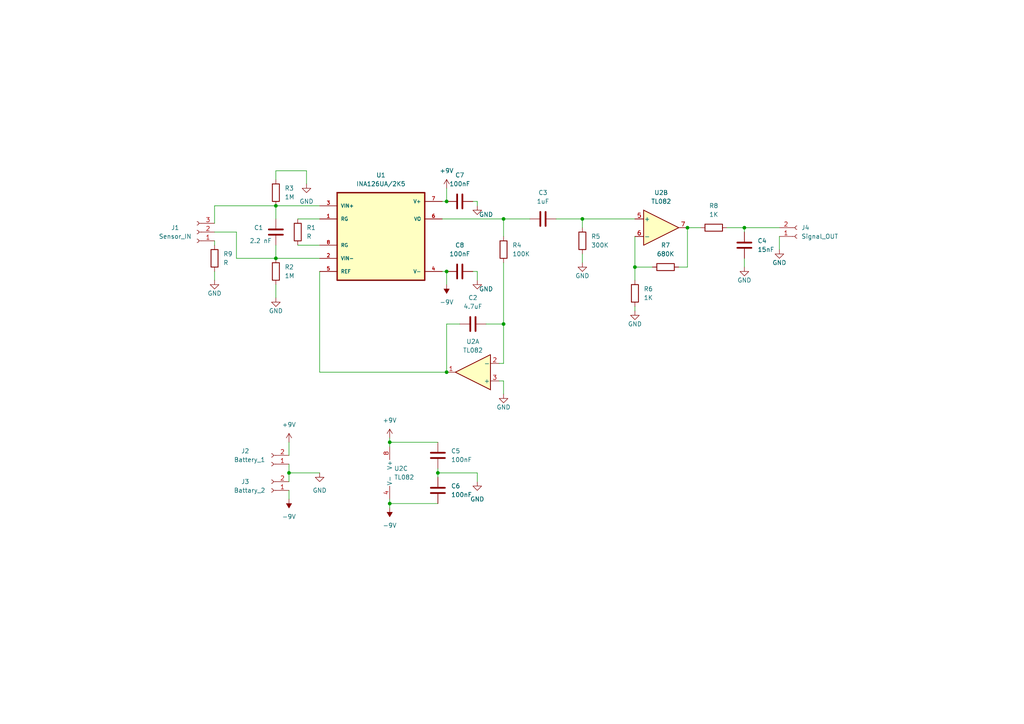
<source format=kicad_sch>
(kicad_sch (version 20211123) (generator eeschema)

  (uuid 709d6981-74a1-4603-ab9e-65d7535baf89)

  (paper "A4")

  (title_block
    (title "2-amplifier instrumentation bio-amplifier")
    (date "2023-03-17")
    (rev "0.1")
    (company "RehabExo Pty Ltd")
  )

  (lib_symbols
    (symbol "Amplifier_Operational:TL082" (pin_names (offset 0.127)) (in_bom yes) (on_board yes)
      (property "Reference" "U" (id 0) (at 0 5.08 0)
        (effects (font (size 1.27 1.27)) (justify left))
      )
      (property "Value" "TL082" (id 1) (at 0 -5.08 0)
        (effects (font (size 1.27 1.27)) (justify left))
      )
      (property "Footprint" "" (id 2) (at 0 0 0)
        (effects (font (size 1.27 1.27)) hide)
      )
      (property "Datasheet" "http://www.ti.com/lit/ds/symlink/tl081.pdf" (id 3) (at 0 0 0)
        (effects (font (size 1.27 1.27)) hide)
      )
      (property "ki_locked" "" (id 4) (at 0 0 0)
        (effects (font (size 1.27 1.27)))
      )
      (property "ki_keywords" "dual opamp" (id 5) (at 0 0 0)
        (effects (font (size 1.27 1.27)) hide)
      )
      (property "ki_description" "Dual JFET-Input Operational Amplifiers, DIP-8/SOIC-8/SSOP-8" (id 6) (at 0 0 0)
        (effects (font (size 1.27 1.27)) hide)
      )
      (property "ki_fp_filters" "SOIC*3.9x4.9mm*P1.27mm* DIP*W7.62mm* TO*99* OnSemi*Micro8* TSSOP*3x3mm*P0.65mm* TSSOP*4.4x3mm*P0.65mm* MSOP*3x3mm*P0.65mm* SSOP*3.9x4.9mm*P0.635mm* LFCSP*2x2mm*P0.5mm* *SIP* SOIC*5.3x6.2mm*P1.27mm*" (id 7) (at 0 0 0)
        (effects (font (size 1.27 1.27)) hide)
      )
      (symbol "TL082_1_1"
        (polyline
          (pts
            (xy -5.08 5.08)
            (xy 5.08 0)
            (xy -5.08 -5.08)
            (xy -5.08 5.08)
          )
          (stroke (width 0.254) (type default) (color 0 0 0 0))
          (fill (type background))
        )
        (pin output line (at 7.62 0 180) (length 2.54)
          (name "~" (effects (font (size 1.27 1.27))))
          (number "1" (effects (font (size 1.27 1.27))))
        )
        (pin input line (at -7.62 -2.54 0) (length 2.54)
          (name "-" (effects (font (size 1.27 1.27))))
          (number "2" (effects (font (size 1.27 1.27))))
        )
        (pin input line (at -7.62 2.54 0) (length 2.54)
          (name "+" (effects (font (size 1.27 1.27))))
          (number "3" (effects (font (size 1.27 1.27))))
        )
      )
      (symbol "TL082_2_1"
        (polyline
          (pts
            (xy -5.08 5.08)
            (xy 5.08 0)
            (xy -5.08 -5.08)
            (xy -5.08 5.08)
          )
          (stroke (width 0.254) (type default) (color 0 0 0 0))
          (fill (type background))
        )
        (pin input line (at -7.62 2.54 0) (length 2.54)
          (name "+" (effects (font (size 1.27 1.27))))
          (number "5" (effects (font (size 1.27 1.27))))
        )
        (pin input line (at -7.62 -2.54 0) (length 2.54)
          (name "-" (effects (font (size 1.27 1.27))))
          (number "6" (effects (font (size 1.27 1.27))))
        )
        (pin output line (at 7.62 0 180) (length 2.54)
          (name "~" (effects (font (size 1.27 1.27))))
          (number "7" (effects (font (size 1.27 1.27))))
        )
      )
      (symbol "TL082_3_1"
        (pin power_in line (at -2.54 -7.62 90) (length 3.81)
          (name "V-" (effects (font (size 1.27 1.27))))
          (number "4" (effects (font (size 1.27 1.27))))
        )
        (pin power_in line (at -2.54 7.62 270) (length 3.81)
          (name "V+" (effects (font (size 1.27 1.27))))
          (number "8" (effects (font (size 1.27 1.27))))
        )
      )
    )
    (symbol "Conn_01x02_Female_1" (pin_names (offset 1.016) hide) (in_bom yes) (on_board yes)
      (property "Reference" "J?" (id 0) (at 1.27 0.0001 0)
        (effects (font (size 1.27 1.27)) (justify left))
      )
      (property "Value" "Conn_01x02_Female_1" (id 1) (at 1.27 2.5401 0)
        (effects (font (size 1.27 1.27)) (justify left))
      )
      (property "Footprint" "" (id 2) (at 0 0 0)
        (effects (font (size 1.27 1.27)) hide)
      )
      (property "Datasheet" "~" (id 3) (at 0 0 0)
        (effects (font (size 1.27 1.27)) hide)
      )
      (property "ki_keywords" "connector" (id 4) (at 0 0 0)
        (effects (font (size 1.27 1.27)) hide)
      )
      (property "ki_description" "Generic connector, single row, 01x02, script generated (kicad-library-utils/schlib/autogen/connector/)" (id 5) (at 0 0 0)
        (effects (font (size 1.27 1.27)) hide)
      )
      (property "ki_fp_filters" "Connector*:*_1x??_*" (id 6) (at 0 0 0)
        (effects (font (size 1.27 1.27)) hide)
      )
      (symbol "Conn_01x02_Female_1_1_1"
        (polyline
          (pts
            (xy -1.27 0)
            (xy -0.508 0)
          )
          (stroke (width 0.1524) (type default) (color 0 0 0 0))
          (fill (type none))
        )
        (polyline
          (pts
            (xy -1.27 2.54)
            (xy -0.508 2.54)
          )
          (stroke (width 0.1524) (type default) (color 0 0 0 0))
          (fill (type none))
        )
        (arc (start 0 0.508) (mid -0.508 0) (end 0 -0.508)
          (stroke (width 0.1524) (type default) (color 0 0 0 0))
          (fill (type none))
        )
        (arc (start 0 3.048) (mid -0.508 2.54) (end 0 2.032)
          (stroke (width 0.1524) (type default) (color 0 0 0 0))
          (fill (type none))
        )
        (pin passive line (at -5.08 0 0) (length 3.81)
          (name "Pin_1" (effects (font (size 1.27 1.27))))
          (number "1" (effects (font (size 1.27 1.27))))
        )
        (pin passive line (at -5.08 2.54 0) (length 3.81)
          (name "Pin_2" (effects (font (size 1.27 1.27))))
          (number "2" (effects (font (size 1.27 1.27))))
        )
      )
    )
    (symbol "Connector:Conn_01x02_Female" (pin_names (offset 1.016) hide) (in_bom yes) (on_board yes)
      (property "Reference" "J" (id 0) (at 0 2.54 0)
        (effects (font (size 1.27 1.27)))
      )
      (property "Value" "Conn_01x02_Female" (id 1) (at 0 -5.08 0)
        (effects (font (size 1.27 1.27)))
      )
      (property "Footprint" "" (id 2) (at 0 0 0)
        (effects (font (size 1.27 1.27)) hide)
      )
      (property "Datasheet" "~" (id 3) (at 0 0 0)
        (effects (font (size 1.27 1.27)) hide)
      )
      (property "ki_keywords" "connector" (id 4) (at 0 0 0)
        (effects (font (size 1.27 1.27)) hide)
      )
      (property "ki_description" "Generic connector, single row, 01x02, script generated (kicad-library-utils/schlib/autogen/connector/)" (id 5) (at 0 0 0)
        (effects (font (size 1.27 1.27)) hide)
      )
      (property "ki_fp_filters" "Connector*:*_1x??_*" (id 6) (at 0 0 0)
        (effects (font (size 1.27 1.27)) hide)
      )
      (symbol "Conn_01x02_Female_1_1"
        (arc (start 0 -2.032) (mid -0.508 -2.54) (end 0 -3.048)
          (stroke (width 0.1524) (type default) (color 0 0 0 0))
          (fill (type none))
        )
        (polyline
          (pts
            (xy -1.27 -2.54)
            (xy -0.508 -2.54)
          )
          (stroke (width 0.1524) (type default) (color 0 0 0 0))
          (fill (type none))
        )
        (polyline
          (pts
            (xy -1.27 0)
            (xy -0.508 0)
          )
          (stroke (width 0.1524) (type default) (color 0 0 0 0))
          (fill (type none))
        )
        (arc (start 0 0.508) (mid -0.508 0) (end 0 -0.508)
          (stroke (width 0.1524) (type default) (color 0 0 0 0))
          (fill (type none))
        )
        (pin passive line (at -5.08 0 0) (length 3.81)
          (name "Pin_1" (effects (font (size 1.27 1.27))))
          (number "1" (effects (font (size 1.27 1.27))))
        )
        (pin passive line (at -5.08 -2.54 0) (length 3.81)
          (name "Pin_2" (effects (font (size 1.27 1.27))))
          (number "2" (effects (font (size 1.27 1.27))))
        )
      )
    )
    (symbol "Connector:Conn_01x03_Female" (pin_names (offset 1.016) hide) (in_bom yes) (on_board yes)
      (property "Reference" "J" (id 0) (at 0 5.08 0)
        (effects (font (size 1.27 1.27)))
      )
      (property "Value" "Conn_01x03_Female" (id 1) (at 0 -5.08 0)
        (effects (font (size 1.27 1.27)))
      )
      (property "Footprint" "" (id 2) (at 0 0 0)
        (effects (font (size 1.27 1.27)) hide)
      )
      (property "Datasheet" "~" (id 3) (at 0 0 0)
        (effects (font (size 1.27 1.27)) hide)
      )
      (property "ki_keywords" "connector" (id 4) (at 0 0 0)
        (effects (font (size 1.27 1.27)) hide)
      )
      (property "ki_description" "Generic connector, single row, 01x03, script generated (kicad-library-utils/schlib/autogen/connector/)" (id 5) (at 0 0 0)
        (effects (font (size 1.27 1.27)) hide)
      )
      (property "ki_fp_filters" "Connector*:*_1x??_*" (id 6) (at 0 0 0)
        (effects (font (size 1.27 1.27)) hide)
      )
      (symbol "Conn_01x03_Female_1_1"
        (arc (start 0 -2.032) (mid -0.508 -2.54) (end 0 -3.048)
          (stroke (width 0.1524) (type default) (color 0 0 0 0))
          (fill (type none))
        )
        (polyline
          (pts
            (xy -1.27 -2.54)
            (xy -0.508 -2.54)
          )
          (stroke (width 0.1524) (type default) (color 0 0 0 0))
          (fill (type none))
        )
        (polyline
          (pts
            (xy -1.27 0)
            (xy -0.508 0)
          )
          (stroke (width 0.1524) (type default) (color 0 0 0 0))
          (fill (type none))
        )
        (polyline
          (pts
            (xy -1.27 2.54)
            (xy -0.508 2.54)
          )
          (stroke (width 0.1524) (type default) (color 0 0 0 0))
          (fill (type none))
        )
        (arc (start 0 0.508) (mid -0.508 0) (end 0 -0.508)
          (stroke (width 0.1524) (type default) (color 0 0 0 0))
          (fill (type none))
        )
        (arc (start 0 3.048) (mid -0.508 2.54) (end 0 2.032)
          (stroke (width 0.1524) (type default) (color 0 0 0 0))
          (fill (type none))
        )
        (pin passive line (at -5.08 2.54 0) (length 3.81)
          (name "Pin_1" (effects (font (size 1.27 1.27))))
          (number "1" (effects (font (size 1.27 1.27))))
        )
        (pin passive line (at -5.08 0 0) (length 3.81)
          (name "Pin_2" (effects (font (size 1.27 1.27))))
          (number "2" (effects (font (size 1.27 1.27))))
        )
        (pin passive line (at -5.08 -2.54 0) (length 3.81)
          (name "Pin_3" (effects (font (size 1.27 1.27))))
          (number "3" (effects (font (size 1.27 1.27))))
        )
      )
    )
    (symbol "Device:C" (pin_numbers hide) (pin_names (offset 0.254)) (in_bom yes) (on_board yes)
      (property "Reference" "C" (id 0) (at 0.635 2.54 0)
        (effects (font (size 1.27 1.27)) (justify left))
      )
      (property "Value" "C" (id 1) (at 0.635 -2.54 0)
        (effects (font (size 1.27 1.27)) (justify left))
      )
      (property "Footprint" "" (id 2) (at 0.9652 -3.81 0)
        (effects (font (size 1.27 1.27)) hide)
      )
      (property "Datasheet" "~" (id 3) (at 0 0 0)
        (effects (font (size 1.27 1.27)) hide)
      )
      (property "ki_keywords" "cap capacitor" (id 4) (at 0 0 0)
        (effects (font (size 1.27 1.27)) hide)
      )
      (property "ki_description" "Unpolarized capacitor" (id 5) (at 0 0 0)
        (effects (font (size 1.27 1.27)) hide)
      )
      (property "ki_fp_filters" "C_*" (id 6) (at 0 0 0)
        (effects (font (size 1.27 1.27)) hide)
      )
      (symbol "C_0_1"
        (polyline
          (pts
            (xy -2.032 -0.762)
            (xy 2.032 -0.762)
          )
          (stroke (width 0.508) (type default) (color 0 0 0 0))
          (fill (type none))
        )
        (polyline
          (pts
            (xy -2.032 0.762)
            (xy 2.032 0.762)
          )
          (stroke (width 0.508) (type default) (color 0 0 0 0))
          (fill (type none))
        )
      )
      (symbol "C_1_1"
        (pin passive line (at 0 3.81 270) (length 2.794)
          (name "~" (effects (font (size 1.27 1.27))))
          (number "1" (effects (font (size 1.27 1.27))))
        )
        (pin passive line (at 0 -3.81 90) (length 2.794)
          (name "~" (effects (font (size 1.27 1.27))))
          (number "2" (effects (font (size 1.27 1.27))))
        )
      )
    )
    (symbol "Device:R" (pin_numbers hide) (pin_names (offset 0)) (in_bom yes) (on_board yes)
      (property "Reference" "R" (id 0) (at 2.032 0 90)
        (effects (font (size 1.27 1.27)))
      )
      (property "Value" "R" (id 1) (at 0 0 90)
        (effects (font (size 1.27 1.27)))
      )
      (property "Footprint" "" (id 2) (at -1.778 0 90)
        (effects (font (size 1.27 1.27)) hide)
      )
      (property "Datasheet" "~" (id 3) (at 0 0 0)
        (effects (font (size 1.27 1.27)) hide)
      )
      (property "ki_keywords" "R res resistor" (id 4) (at 0 0 0)
        (effects (font (size 1.27 1.27)) hide)
      )
      (property "ki_description" "Resistor" (id 5) (at 0 0 0)
        (effects (font (size 1.27 1.27)) hide)
      )
      (property "ki_fp_filters" "R_*" (id 6) (at 0 0 0)
        (effects (font (size 1.27 1.27)) hide)
      )
      (symbol "R_0_1"
        (rectangle (start -1.016 -2.54) (end 1.016 2.54)
          (stroke (width 0.254) (type default) (color 0 0 0 0))
          (fill (type none))
        )
      )
      (symbol "R_1_1"
        (pin passive line (at 0 3.81 270) (length 1.27)
          (name "~" (effects (font (size 1.27 1.27))))
          (number "1" (effects (font (size 1.27 1.27))))
        )
        (pin passive line (at 0 -3.81 90) (length 1.27)
          (name "~" (effects (font (size 1.27 1.27))))
          (number "2" (effects (font (size 1.27 1.27))))
        )
      )
    )
    (symbol "INA126UA_2K5:INA126UA{slash}2K5" (pin_names (offset 1.016)) (in_bom yes) (on_board yes)
      (property "Reference" "U?" (id 0) (at 0 17.78 0)
        (effects (font (size 1.27 1.27)))
      )
      (property "Value" "INA126UA/2K5" (id 1) (at 0 15.24 0)
        (effects (font (size 1.27 1.27)))
      )
      (property "Footprint" "SOIC127P599X175-8N" (id 2) (at 0 0 0)
        (effects (font (size 1.27 1.27)) (justify bottom) hide)
      )
      (property "Datasheet" "" (id 3) (at 0 0 0)
        (effects (font (size 1.27 1.27)) hide)
      )
      (symbol "INA126UA{slash}2K5_0_0"
        (rectangle (start -12.7 -12.7) (end 12.7 12.7)
          (stroke (width 0.41) (type default) (color 0 0 0 0))
          (fill (type background))
        )
        (pin input line (at -17.78 5.08 0) (length 5.08)
          (name "RG" (effects (font (size 1.016 1.016))))
          (number "1" (effects (font (size 1.016 1.016))))
        )
        (pin input line (at -17.78 -6.35 0) (length 5.08)
          (name "VIN-" (effects (font (size 1.016 1.016))))
          (number "2" (effects (font (size 1.016 1.016))))
        )
        (pin input line (at -17.78 8.89 0) (length 5.08)
          (name "VIN+" (effects (font (size 1.016 1.016))))
          (number "3" (effects (font (size 1.016 1.016))))
        )
        (pin power_in line (at 17.78 -10.16 180) (length 5.08)
          (name "V-" (effects (font (size 1.016 1.016))))
          (number "4" (effects (font (size 1.016 1.016))))
        )
        (pin input line (at -17.78 -10.16 0) (length 5.08)
          (name "REF" (effects (font (size 1.016 1.016))))
          (number "5" (effects (font (size 1.016 1.016))))
        )
        (pin output line (at 17.78 5.08 180) (length 5.08)
          (name "VO" (effects (font (size 1.016 1.016))))
          (number "6" (effects (font (size 1.016 1.016))))
        )
        (pin power_in line (at 17.78 10.16 180) (length 5.08)
          (name "V+" (effects (font (size 1.016 1.016))))
          (number "7" (effects (font (size 1.016 1.016))))
        )
        (pin input line (at -17.78 -2.54 0) (length 5.08)
          (name "RG" (effects (font (size 1.016 1.016))))
          (number "8" (effects (font (size 1.016 1.016))))
        )
      )
    )
    (symbol "power:+9V" (power) (pin_names (offset 0)) (in_bom yes) (on_board yes)
      (property "Reference" "#PWR" (id 0) (at 0 -3.81 0)
        (effects (font (size 1.27 1.27)) hide)
      )
      (property "Value" "+9V" (id 1) (at 0 3.556 0)
        (effects (font (size 1.27 1.27)))
      )
      (property "Footprint" "" (id 2) (at 0 0 0)
        (effects (font (size 1.27 1.27)) hide)
      )
      (property "Datasheet" "" (id 3) (at 0 0 0)
        (effects (font (size 1.27 1.27)) hide)
      )
      (property "ki_keywords" "power-flag" (id 4) (at 0 0 0)
        (effects (font (size 1.27 1.27)) hide)
      )
      (property "ki_description" "Power symbol creates a global label with name \"+9V\"" (id 5) (at 0 0 0)
        (effects (font (size 1.27 1.27)) hide)
      )
      (symbol "+9V_0_1"
        (polyline
          (pts
            (xy -0.762 1.27)
            (xy 0 2.54)
          )
          (stroke (width 0) (type default) (color 0 0 0 0))
          (fill (type none))
        )
        (polyline
          (pts
            (xy 0 0)
            (xy 0 2.54)
          )
          (stroke (width 0) (type default) (color 0 0 0 0))
          (fill (type none))
        )
        (polyline
          (pts
            (xy 0 2.54)
            (xy 0.762 1.27)
          )
          (stroke (width 0) (type default) (color 0 0 0 0))
          (fill (type none))
        )
      )
      (symbol "+9V_1_1"
        (pin power_in line (at 0 0 90) (length 0) hide
          (name "+9V" (effects (font (size 1.27 1.27))))
          (number "1" (effects (font (size 1.27 1.27))))
        )
      )
    )
    (symbol "power:-9V" (power) (pin_names (offset 0)) (in_bom yes) (on_board yes)
      (property "Reference" "#PWR" (id 0) (at 0 -3.175 0)
        (effects (font (size 1.27 1.27)) hide)
      )
      (property "Value" "-9V" (id 1) (at 0 3.81 0)
        (effects (font (size 1.27 1.27)))
      )
      (property "Footprint" "" (id 2) (at 0 0 0)
        (effects (font (size 1.27 1.27)) hide)
      )
      (property "Datasheet" "" (id 3) (at 0 0 0)
        (effects (font (size 1.27 1.27)) hide)
      )
      (property "ki_keywords" "power-flag" (id 4) (at 0 0 0)
        (effects (font (size 1.27 1.27)) hide)
      )
      (property "ki_description" "Power symbol creates a global label with name \"-9V\"" (id 5) (at 0 0 0)
        (effects (font (size 1.27 1.27)) hide)
      )
      (symbol "-9V_0_1"
        (polyline
          (pts
            (xy 0 0)
            (xy 0 2.54)
          )
          (stroke (width 0) (type default) (color 0 0 0 0))
          (fill (type none))
        )
        (polyline
          (pts
            (xy 0.762 1.27)
            (xy -0.762 1.27)
            (xy 0 2.54)
            (xy 0.762 1.27)
          )
          (stroke (width 0) (type default) (color 0 0 0 0))
          (fill (type outline))
        )
      )
      (symbol "-9V_1_1"
        (pin power_in line (at 0 0 90) (length 0) hide
          (name "-9V" (effects (font (size 1.27 1.27))))
          (number "1" (effects (font (size 1.27 1.27))))
        )
      )
    )
    (symbol "power:GND" (power) (pin_names (offset 0)) (in_bom yes) (on_board yes)
      (property "Reference" "#PWR" (id 0) (at 0 -6.35 0)
        (effects (font (size 1.27 1.27)) hide)
      )
      (property "Value" "GND" (id 1) (at 0 -3.81 0)
        (effects (font (size 1.27 1.27)))
      )
      (property "Footprint" "" (id 2) (at 0 0 0)
        (effects (font (size 1.27 1.27)) hide)
      )
      (property "Datasheet" "" (id 3) (at 0 0 0)
        (effects (font (size 1.27 1.27)) hide)
      )
      (property "ki_keywords" "power-flag" (id 4) (at 0 0 0)
        (effects (font (size 1.27 1.27)) hide)
      )
      (property "ki_description" "Power symbol creates a global label with name \"GND\" , ground" (id 5) (at 0 0 0)
        (effects (font (size 1.27 1.27)) hide)
      )
      (symbol "GND_0_1"
        (polyline
          (pts
            (xy 0 0)
            (xy 0 -1.27)
            (xy 1.27 -1.27)
            (xy 0 -2.54)
            (xy -1.27 -1.27)
            (xy 0 -1.27)
          )
          (stroke (width 0) (type default) (color 0 0 0 0))
          (fill (type none))
        )
      )
      (symbol "GND_1_1"
        (pin power_in line (at 0 0 270) (length 0) hide
          (name "GND" (effects (font (size 1.27 1.27))))
          (number "1" (effects (font (size 1.27 1.27))))
        )
      )
    )
  )

  (junction (at 146.05 93.98) (diameter 0) (color 0 0 0 0)
    (uuid 09577e63-848a-4a69-a583-ba1131e5d0d4)
  )
  (junction (at 113.03 146.05) (diameter 0) (color 0 0 0 0)
    (uuid 1834193f-1bd1-4c41-b92c-0a348b56f64b)
  )
  (junction (at 80.01 74.93) (diameter 0) (color 0 0 0 0)
    (uuid 44609985-6238-4283-b109-1d861a17b141)
  )
  (junction (at 146.05 63.5) (diameter 0) (color 0 0 0 0)
    (uuid 4d376ac7-657c-4246-a5a1-ade835c5161b)
  )
  (junction (at 113.03 128.27) (diameter 0) (color 0 0 0 0)
    (uuid 4e94321d-d941-45b0-9908-2622ad990223)
  )
  (junction (at 83.82 137.16) (diameter 0) (color 0 0 0 0)
    (uuid 619affcd-f5a5-4ff2-9539-a808f575531f)
  )
  (junction (at 129.54 107.95) (diameter 0) (color 0 0 0 0)
    (uuid 6c22a3cb-c578-4f74-9dd8-e8f18cab1b84)
  )
  (junction (at 199.39 66.04) (diameter 0) (color 0 0 0 0)
    (uuid 85d50633-b48c-4d24-baef-39e48473d5eb)
  )
  (junction (at 129.54 58.42) (diameter 0) (color 0 0 0 0)
    (uuid a633b88d-6c3f-4410-a7cf-3b88b87c0284)
  )
  (junction (at 127 137.16) (diameter 0) (color 0 0 0 0)
    (uuid c4f1fbed-3aba-44d8-a84d-5b72a2e8316a)
  )
  (junction (at 129.54 78.74) (diameter 0) (color 0 0 0 0)
    (uuid c90a4852-05a3-4348-8560-3d88a8285a22)
  )
  (junction (at 80.01 59.69) (diameter 0) (color 0 0 0 0)
    (uuid e6c1ba5d-5f8c-4fab-856d-994058620244)
  )
  (junction (at 184.15 77.47) (diameter 0) (color 0 0 0 0)
    (uuid e9d439f7-2286-4b30-8956-d039989eb3d9)
  )
  (junction (at 215.9 66.04) (diameter 0) (color 0 0 0 0)
    (uuid ea60cf4f-184a-4ecb-9b60-6f69979114dc)
  )
  (junction (at 168.91 63.5) (diameter 0) (color 0 0 0 0)
    (uuid eb6fa425-32b5-4bb9-a887-b8a8f7a83784)
  )

  (wire (pts (xy 146.05 63.5) (xy 153.67 63.5))
    (stroke (width 0) (type default) (color 0 0 0 0))
    (uuid 04475089-bff7-4ca7-bf49-31fd441eb7fa)
  )
  (wire (pts (xy 184.15 68.58) (xy 184.15 77.47))
    (stroke (width 0) (type default) (color 0 0 0 0))
    (uuid 050fe212-6dde-4c0d-b43e-72aa94c06c95)
  )
  (wire (pts (xy 86.36 63.5) (xy 92.71 63.5))
    (stroke (width 0) (type default) (color 0 0 0 0))
    (uuid 0659a2da-c83a-43f0-8a89-9a717202c70d)
  )
  (wire (pts (xy 83.82 134.62) (xy 83.82 137.16))
    (stroke (width 0) (type default) (color 0 0 0 0))
    (uuid 0831495f-8c45-4ca1-9bf5-b74bf27589bd)
  )
  (wire (pts (xy 128.27 58.42) (xy 129.54 58.42))
    (stroke (width 0) (type default) (color 0 0 0 0))
    (uuid 0bc5f644-03dd-4bfc-9b46-e69dac608942)
  )
  (wire (pts (xy 62.23 59.69) (xy 80.01 59.69))
    (stroke (width 0) (type default) (color 0 0 0 0))
    (uuid 16242a32-22fe-47dd-8d86-578713ed69c2)
  )
  (wire (pts (xy 92.71 78.74) (xy 92.71 107.95))
    (stroke (width 0) (type default) (color 0 0 0 0))
    (uuid 16f69f5e-9e40-486f-9c42-86872301862a)
  )
  (wire (pts (xy 184.15 77.47) (xy 184.15 81.28))
    (stroke (width 0) (type default) (color 0 0 0 0))
    (uuid 1930ae72-92cb-40fd-9d15-f307b4ddea18)
  )
  (wire (pts (xy 138.43 58.42) (xy 137.16 58.42))
    (stroke (width 0) (type default) (color 0 0 0 0))
    (uuid 1a7369ba-3153-4c62-a89b-18ce067db956)
  )
  (wire (pts (xy 199.39 77.47) (xy 199.39 66.04))
    (stroke (width 0) (type default) (color 0 0 0 0))
    (uuid 1ca794d0-32aa-44c2-aadc-8e0c5f081ae2)
  )
  (wire (pts (xy 146.05 93.98) (xy 146.05 105.41))
    (stroke (width 0) (type default) (color 0 0 0 0))
    (uuid 24dcdd39-f6b8-49ca-8dc6-e9891d7b203c)
  )
  (wire (pts (xy 138.43 137.16) (xy 127 137.16))
    (stroke (width 0) (type default) (color 0 0 0 0))
    (uuid 2594e4ca-1810-4872-93f7-69bcd72e2bee)
  )
  (wire (pts (xy 113.03 128.27) (xy 127 128.27))
    (stroke (width 0) (type default) (color 0 0 0 0))
    (uuid 30ee04e8-b0bc-4749-9897-b88a9217cc77)
  )
  (wire (pts (xy 215.9 74.93) (xy 215.9 77.47))
    (stroke (width 0) (type default) (color 0 0 0 0))
    (uuid 31348b87-08ff-4d89-82ad-607b8fcd1d46)
  )
  (wire (pts (xy 168.91 73.66) (xy 168.91 76.2))
    (stroke (width 0) (type default) (color 0 0 0 0))
    (uuid 32dd42ea-2672-44ec-a472-feefb30881b4)
  )
  (wire (pts (xy 133.35 93.98) (xy 129.54 93.98))
    (stroke (width 0) (type default) (color 0 0 0 0))
    (uuid 35686dd4-691f-4d7c-aa31-fb37a904564f)
  )
  (wire (pts (xy 113.03 146.05) (xy 127 146.05))
    (stroke (width 0) (type default) (color 0 0 0 0))
    (uuid 3c4d4ae9-e8a6-4ddf-a4c1-9e688215490b)
  )
  (wire (pts (xy 113.03 144.78) (xy 113.03 146.05))
    (stroke (width 0) (type default) (color 0 0 0 0))
    (uuid 416a0513-46e5-4706-b3e4-d8a880143094)
  )
  (wire (pts (xy 215.9 66.04) (xy 210.82 66.04))
    (stroke (width 0) (type default) (color 0 0 0 0))
    (uuid 4411f70e-c86a-4f30-bdd8-c7ae01580789)
  )
  (wire (pts (xy 83.82 137.16) (xy 92.71 137.16))
    (stroke (width 0) (type default) (color 0 0 0 0))
    (uuid 45014f2d-7e45-46c0-ab1b-ce64554cd6e8)
  )
  (wire (pts (xy 138.43 139.7) (xy 138.43 137.16))
    (stroke (width 0) (type default) (color 0 0 0 0))
    (uuid 45cd3afa-0dd6-4326-b01b-77bdee9b5191)
  )
  (wire (pts (xy 92.71 107.95) (xy 129.54 107.95))
    (stroke (width 0) (type default) (color 0 0 0 0))
    (uuid 48e1db5a-b0e7-4433-bc75-c7806b0e12bc)
  )
  (wire (pts (xy 113.03 128.27) (xy 113.03 129.54))
    (stroke (width 0) (type default) (color 0 0 0 0))
    (uuid 493b483e-8cb2-4c2e-8ddb-75a64c2ce0d4)
  )
  (wire (pts (xy 146.05 105.41) (xy 144.78 105.41))
    (stroke (width 0) (type default) (color 0 0 0 0))
    (uuid 4f555b93-befd-4ce6-bdb3-38bc3daf4351)
  )
  (wire (pts (xy 129.54 82.55) (xy 129.54 78.74))
    (stroke (width 0) (type default) (color 0 0 0 0))
    (uuid 507fff23-5011-43fc-b0be-f48a3c1431a5)
  )
  (wire (pts (xy 80.01 49.53) (xy 88.9 49.53))
    (stroke (width 0) (type default) (color 0 0 0 0))
    (uuid 526d1c3c-697c-40ba-9012-24daf86e7dc1)
  )
  (wire (pts (xy 127 135.89) (xy 127 137.16))
    (stroke (width 0) (type default) (color 0 0 0 0))
    (uuid 59b91578-41f9-44a3-ab08-3def73cf470c)
  )
  (wire (pts (xy 88.9 49.53) (xy 88.9 53.34))
    (stroke (width 0) (type default) (color 0 0 0 0))
    (uuid 60f8fb90-30b1-4c63-b233-577c752b331e)
  )
  (wire (pts (xy 68.58 67.31) (xy 68.58 74.93))
    (stroke (width 0) (type default) (color 0 0 0 0))
    (uuid 6235f2dd-937e-46d2-8366-469cf066ce1a)
  )
  (wire (pts (xy 68.58 74.93) (xy 80.01 74.93))
    (stroke (width 0) (type default) (color 0 0 0 0))
    (uuid 627394b9-6a65-4b2e-9ad6-6462f3c0a4d0)
  )
  (wire (pts (xy 161.29 63.5) (xy 168.91 63.5))
    (stroke (width 0) (type default) (color 0 0 0 0))
    (uuid 634c9133-40fe-421b-824f-4a1a3440a92c)
  )
  (wire (pts (xy 146.05 63.5) (xy 128.27 63.5))
    (stroke (width 0) (type default) (color 0 0 0 0))
    (uuid 68bc7272-14f0-4cb0-9edd-b803f812ed18)
  )
  (wire (pts (xy 83.82 128.27) (xy 83.82 132.08))
    (stroke (width 0) (type default) (color 0 0 0 0))
    (uuid 6ab14678-77ec-4959-a6f1-0c64894f4343)
  )
  (wire (pts (xy 138.43 81.28) (xy 138.43 78.74))
    (stroke (width 0) (type default) (color 0 0 0 0))
    (uuid 6cf4dbf8-e333-442e-a8ac-65f05419846b)
  )
  (wire (pts (xy 80.01 71.12) (xy 80.01 74.93))
    (stroke (width 0) (type default) (color 0 0 0 0))
    (uuid 71491cc3-6c94-4ca2-b5a2-6fd85ae3ca76)
  )
  (wire (pts (xy 138.43 78.74) (xy 137.16 78.74))
    (stroke (width 0) (type default) (color 0 0 0 0))
    (uuid 7c4dec0c-7dec-432b-83fc-0c19def1a4dc)
  )
  (wire (pts (xy 168.91 63.5) (xy 168.91 66.04))
    (stroke (width 0) (type default) (color 0 0 0 0))
    (uuid 81c7898a-1161-4a68-a0a4-18d31b305486)
  )
  (wire (pts (xy 168.91 63.5) (xy 184.15 63.5))
    (stroke (width 0) (type default) (color 0 0 0 0))
    (uuid 84da0524-85d9-4fff-8625-ec9f0de168b5)
  )
  (wire (pts (xy 146.05 68.58) (xy 146.05 63.5))
    (stroke (width 0) (type default) (color 0 0 0 0))
    (uuid 8d3ed8f7-33a0-4021-b86b-30ac4e043f28)
  )
  (wire (pts (xy 80.01 82.55) (xy 80.01 86.36))
    (stroke (width 0) (type default) (color 0 0 0 0))
    (uuid 91ec05fc-ee57-42e3-a22c-624ed8f808ab)
  )
  (wire (pts (xy 138.43 59.69) (xy 138.43 58.42))
    (stroke (width 0) (type default) (color 0 0 0 0))
    (uuid 95b87752-7872-459d-a9d4-cc2050a32499)
  )
  (wire (pts (xy 80.01 59.69) (xy 92.71 59.69))
    (stroke (width 0) (type default) (color 0 0 0 0))
    (uuid 97440c55-9cb4-4d63-95b0-228969ec98b4)
  )
  (wire (pts (xy 83.82 142.24) (xy 83.82 144.78))
    (stroke (width 0) (type default) (color 0 0 0 0))
    (uuid 9bab0dc0-d737-44c1-b049-a947210c4a16)
  )
  (wire (pts (xy 215.9 67.31) (xy 215.9 66.04))
    (stroke (width 0) (type default) (color 0 0 0 0))
    (uuid a4f6a1c6-b8f4-4c43-8d22-fa303bc7276b)
  )
  (wire (pts (xy 127 137.16) (xy 127 138.43))
    (stroke (width 0) (type default) (color 0 0 0 0))
    (uuid a5f0d4e7-fbfb-4907-81db-9b0379e9b59e)
  )
  (wire (pts (xy 113.03 127) (xy 113.03 128.27))
    (stroke (width 0) (type default) (color 0 0 0 0))
    (uuid b12cfcd6-1ea9-41a8-9060-c9e906acecf5)
  )
  (wire (pts (xy 80.01 59.69) (xy 80.01 63.5))
    (stroke (width 0) (type default) (color 0 0 0 0))
    (uuid b47ead02-74f1-4086-abc3-bd0803d2b61f)
  )
  (wire (pts (xy 80.01 52.07) (xy 80.01 49.53))
    (stroke (width 0) (type default) (color 0 0 0 0))
    (uuid b70a2ccc-88fc-4e97-9666-dbd07c70bf3e)
  )
  (wire (pts (xy 62.23 78.74) (xy 62.23 81.28))
    (stroke (width 0) (type default) (color 0 0 0 0))
    (uuid bc4b621e-797d-48d9-8dbf-c2ad1e7c7765)
  )
  (wire (pts (xy 129.54 58.42) (xy 129.54 54.61))
    (stroke (width 0) (type default) (color 0 0 0 0))
    (uuid bdbde697-4ef0-4f20-a332-85bc8dc02a96)
  )
  (wire (pts (xy 83.82 137.16) (xy 83.82 139.7))
    (stroke (width 0) (type default) (color 0 0 0 0))
    (uuid c133ad2b-9cf1-47e0-a9dc-751764b8f498)
  )
  (wire (pts (xy 80.01 74.93) (xy 92.71 74.93))
    (stroke (width 0) (type default) (color 0 0 0 0))
    (uuid c1dccb52-e828-437d-905e-45bf2743d8d6)
  )
  (wire (pts (xy 196.85 77.47) (xy 199.39 77.47))
    (stroke (width 0) (type default) (color 0 0 0 0))
    (uuid c3bb682d-3a41-4798-b7d6-797b1d3af342)
  )
  (wire (pts (xy 113.03 146.05) (xy 113.03 147.32))
    (stroke (width 0) (type default) (color 0 0 0 0))
    (uuid c47a6b58-92e3-44e6-8fe9-0e53ff1a88e5)
  )
  (wire (pts (xy 146.05 76.2) (xy 146.05 93.98))
    (stroke (width 0) (type default) (color 0 0 0 0))
    (uuid c6d085e1-67bb-420f-a36f-74f646b5b4cb)
  )
  (wire (pts (xy 62.23 67.31) (xy 68.58 67.31))
    (stroke (width 0) (type default) (color 0 0 0 0))
    (uuid c9d6ad72-14d5-47ae-94e3-bb11b7c3d66a)
  )
  (wire (pts (xy 144.78 110.49) (xy 146.05 110.49))
    (stroke (width 0) (type default) (color 0 0 0 0))
    (uuid d13cd306-6b53-40b9-b554-44ad55bd10ef)
  )
  (wire (pts (xy 129.54 93.98) (xy 129.54 107.95))
    (stroke (width 0) (type default) (color 0 0 0 0))
    (uuid d154b1f7-e837-4de1-9ff4-e4b68689413c)
  )
  (wire (pts (xy 184.15 77.47) (xy 189.23 77.47))
    (stroke (width 0) (type default) (color 0 0 0 0))
    (uuid d1c70ed1-b123-41d7-bfdd-2a3ecf6ccbb7)
  )
  (wire (pts (xy 129.54 78.74) (xy 128.27 78.74))
    (stroke (width 0) (type default) (color 0 0 0 0))
    (uuid dc3f6747-d813-4dff-8775-1fff292708ec)
  )
  (wire (pts (xy 215.9 66.04) (xy 226.06 66.04))
    (stroke (width 0) (type default) (color 0 0 0 0))
    (uuid dcf78e5d-1be1-47c8-9f6b-c4c4398626a5)
  )
  (wire (pts (xy 199.39 66.04) (xy 203.2 66.04))
    (stroke (width 0) (type default) (color 0 0 0 0))
    (uuid e30497d2-2554-480c-8baa-44083e95b724)
  )
  (wire (pts (xy 62.23 69.85) (xy 62.23 71.12))
    (stroke (width 0) (type default) (color 0 0 0 0))
    (uuid e522f53f-3c7b-4c20-9241-48f342765816)
  )
  (wire (pts (xy 226.06 68.58) (xy 226.06 72.39))
    (stroke (width 0) (type default) (color 0 0 0 0))
    (uuid e792c6f3-20a0-476d-98ef-99e382db8c68)
  )
  (wire (pts (xy 146.05 110.49) (xy 146.05 114.3))
    (stroke (width 0) (type default) (color 0 0 0 0))
    (uuid eb6cf0b3-4fd2-4f6c-8f01-a8f223104175)
  )
  (wire (pts (xy 184.15 88.9) (xy 184.15 90.17))
    (stroke (width 0) (type default) (color 0 0 0 0))
    (uuid ed67f5d9-0544-4c90-ae2b-1908a02cbfb5)
  )
  (wire (pts (xy 86.36 71.12) (xy 92.71 71.12))
    (stroke (width 0) (type default) (color 0 0 0 0))
    (uuid edb127e4-4a9a-4f07-90e9-36ebfbe20769)
  )
  (wire (pts (xy 62.23 64.77) (xy 62.23 59.69))
    (stroke (width 0) (type default) (color 0 0 0 0))
    (uuid f61df1d2-7448-4572-9971-24b34507306e)
  )
  (wire (pts (xy 140.97 93.98) (xy 146.05 93.98))
    (stroke (width 0) (type default) (color 0 0 0 0))
    (uuid f6d2fca0-2920-42fc-a98d-2ac7f6f8f49f)
  )

  (symbol (lib_id "power:-9V") (at 83.82 144.78 180) (unit 1)
    (in_bom yes) (on_board yes) (fields_autoplaced)
    (uuid 07f3ea7f-53d7-4217-a834-d01f87969690)
    (property "Reference" "#PWR0114" (id 0) (at 83.82 141.605 0)
      (effects (font (size 1.27 1.27)) hide)
    )
    (property "Value" "" (id 1) (at 83.82 149.86 0))
    (property "Footprint" "" (id 2) (at 83.82 144.78 0)
      (effects (font (size 1.27 1.27)) hide)
    )
    (property "Datasheet" "" (id 3) (at 83.82 144.78 0)
      (effects (font (size 1.27 1.27)) hide)
    )
    (pin "1" (uuid 719828ad-f4d8-4517-b466-be42fa0d5fc0))
  )

  (symbol (lib_id "Amplifier_Operational:TL082") (at 115.57 137.16 0) (unit 3)
    (in_bom yes) (on_board yes) (fields_autoplaced)
    (uuid 0d5690ad-b10a-4c2c-958e-957bff83c06b)
    (property "Reference" "U2" (id 0) (at 114.3 135.8899 0)
      (effects (font (size 1.27 1.27)) (justify left))
    )
    (property "Value" "TL082" (id 1) (at 114.3 138.4299 0)
      (effects (font (size 1.27 1.27)) (justify left))
    )
    (property "Footprint" "Package_SO:SOIC-8_3.9x4.9mm_P1.27mm" (id 2) (at 115.57 137.16 0)
      (effects (font (size 1.27 1.27)) hide)
    )
    (property "Datasheet" "http://www.ti.com/lit/ds/symlink/tl081.pdf" (id 3) (at 115.57 137.16 0)
      (effects (font (size 1.27 1.27)) hide)
    )
    (pin "1" (uuid 7fd595f2-1313-4354-9d88-435d60f11ec9))
    (pin "2" (uuid 806ab018-f91a-4c5f-8536-16a494d21368))
    (pin "3" (uuid 7bcffb96-8b30-4a90-800f-91eef52e4394))
    (pin "5" (uuid 1e58a36a-df1d-4179-8431-4acaee0b119a))
    (pin "6" (uuid 5ce2f37b-2650-498d-82f6-62c1d6a17354))
    (pin "7" (uuid b43f29ae-45bb-45a6-bc8a-2d4a56dd3465))
    (pin "4" (uuid aed2db26-fd2f-4a8e-8e44-0a74e3ccace6))
    (pin "8" (uuid 43c49d1b-9b54-42a7-b650-eee3085a0505))
  )

  (symbol (lib_id "power:GND") (at 138.43 59.69 0) (unit 1)
    (in_bom yes) (on_board yes)
    (uuid 15398f3d-306a-496e-870b-2a4496c209b1)
    (property "Reference" "#PWR?" (id 0) (at 138.43 66.04 0)
      (effects (font (size 1.27 1.27)) hide)
    )
    (property "Value" "" (id 1) (at 140.97 62.23 0))
    (property "Footprint" "" (id 2) (at 138.43 59.69 0)
      (effects (font (size 1.27 1.27)) hide)
    )
    (property "Datasheet" "" (id 3) (at 138.43 59.69 0)
      (effects (font (size 1.27 1.27)) hide)
    )
    (pin "1" (uuid 8cf5e0c3-f0ce-4e4c-a545-da21ae2f8e3f))
  )

  (symbol (lib_id "Amplifier_Operational:TL082") (at 137.16 107.95 180) (unit 1)
    (in_bom yes) (on_board yes)
    (uuid 17cf81a5-99e1-43ca-849b-ae6d9ed1326e)
    (property "Reference" "U2" (id 0) (at 137.16 99.06 0))
    (property "Value" "TL082" (id 1) (at 137.16 101.6 0))
    (property "Footprint" "Package_SO:SOIC-8_3.9x4.9mm_P1.27mm" (id 2) (at 137.16 107.95 0)
      (effects (font (size 1.27 1.27)) hide)
    )
    (property "Datasheet" "http://www.ti.com/lit/ds/symlink/tl081.pdf" (id 3) (at 137.16 107.95 0)
      (effects (font (size 1.27 1.27)) hide)
    )
    (pin "1" (uuid 8c3824c0-19a0-4267-87d2-df79782b4695))
    (pin "2" (uuid 828c0331-fc0b-4a30-b570-d844f531895f))
    (pin "3" (uuid 1bf389bf-3ffe-4ffa-a5fa-b110f4947cf2))
    (pin "5" (uuid e5e2e925-c46b-4b3e-9246-605f2aae99cb))
    (pin "6" (uuid 8d6a6861-1a31-4c87-9a64-8cef18bb537f))
    (pin "7" (uuid 7b59b284-d975-4c24-8db0-3af5d05ad740))
    (pin "4" (uuid f87f094f-3981-4af8-bd07-f5ddcd299136))
    (pin "8" (uuid f5b0dcf5-e90d-4370-898e-a8e003e5b36d))
  )

  (symbol (lib_id "power:+9V") (at 83.82 128.27 0) (unit 1)
    (in_bom yes) (on_board yes) (fields_autoplaced)
    (uuid 19b63559-02be-492c-b505-d108d5a37651)
    (property "Reference" "#PWR0113" (id 0) (at 83.82 132.08 0)
      (effects (font (size 1.27 1.27)) hide)
    )
    (property "Value" "" (id 1) (at 83.82 123.19 0))
    (property "Footprint" "" (id 2) (at 83.82 128.27 0)
      (effects (font (size 1.27 1.27)) hide)
    )
    (property "Datasheet" "" (id 3) (at 83.82 128.27 0)
      (effects (font (size 1.27 1.27)) hide)
    )
    (pin "1" (uuid ad933b57-6871-4eea-9dd3-ce91296a2884))
  )

  (symbol (lib_id "Device:C") (at 127 142.24 0) (unit 1)
    (in_bom yes) (on_board yes) (fields_autoplaced)
    (uuid 3bd7c090-9367-4239-af35-28cf57ab120c)
    (property "Reference" "C6" (id 0) (at 130.81 140.9699 0)
      (effects (font (size 1.27 1.27)) (justify left))
    )
    (property "Value" "" (id 1) (at 130.81 143.5099 0)
      (effects (font (size 1.27 1.27)) (justify left))
    )
    (property "Footprint" "" (id 2) (at 127.9652 146.05 0)
      (effects (font (size 1.27 1.27)) hide)
    )
    (property "Datasheet" "~" (id 3) (at 127 142.24 0)
      (effects (font (size 1.27 1.27)) hide)
    )
    (pin "1" (uuid c72a0ea4-f2ab-432e-bbd1-99de480f797d))
    (pin "2" (uuid d22078b7-b829-4d92-8551-acf8ccbde30e))
  )

  (symbol (lib_id "power:-9V") (at 113.03 147.32 180) (unit 1)
    (in_bom yes) (on_board yes) (fields_autoplaced)
    (uuid 40565eda-193a-44fd-aa7c-aeeadf024669)
    (property "Reference" "#PWR0112" (id 0) (at 113.03 144.145 0)
      (effects (font (size 1.27 1.27)) hide)
    )
    (property "Value" "" (id 1) (at 113.03 152.4 0))
    (property "Footprint" "" (id 2) (at 113.03 147.32 0)
      (effects (font (size 1.27 1.27)) hide)
    )
    (property "Datasheet" "" (id 3) (at 113.03 147.32 0)
      (effects (font (size 1.27 1.27)) hide)
    )
    (pin "1" (uuid 08f3d03f-cb5a-4f77-8fef-fa5b0e59b14a))
  )

  (symbol (lib_id "power:GND") (at 138.43 139.7 0) (unit 1)
    (in_bom yes) (on_board yes) (fields_autoplaced)
    (uuid 4ddc14af-c0c0-42b9-8144-d355b91275c5)
    (property "Reference" "#PWR0116" (id 0) (at 138.43 146.05 0)
      (effects (font (size 1.27 1.27)) hide)
    )
    (property "Value" "" (id 1) (at 138.43 144.78 0))
    (property "Footprint" "" (id 2) (at 138.43 139.7 0)
      (effects (font (size 1.27 1.27)) hide)
    )
    (property "Datasheet" "" (id 3) (at 138.43 139.7 0)
      (effects (font (size 1.27 1.27)) hide)
    )
    (pin "1" (uuid f5144478-4d60-40e5-aaba-c8b1c1fe1a62))
  )

  (symbol (lib_id "Device:R") (at 80.01 78.74 0) (unit 1)
    (in_bom yes) (on_board yes) (fields_autoplaced)
    (uuid 50f20aa4-bc05-4527-8c1e-fd8ec6fd7785)
    (property "Reference" "R2" (id 0) (at 82.55 77.4699 0)
      (effects (font (size 1.27 1.27)) (justify left))
    )
    (property "Value" "1M" (id 1) (at 82.55 80.0099 0)
      (effects (font (size 1.27 1.27)) (justify left))
    )
    (property "Footprint" "Resistor_SMD:R_0603_1608Metric" (id 2) (at 78.232 78.74 90)
      (effects (font (size 1.27 1.27)) hide)
    )
    (property "Datasheet" "~" (id 3) (at 80.01 78.74 0)
      (effects (font (size 1.27 1.27)) hide)
    )
    (pin "1" (uuid e773a4ed-f610-4998-8401-17bf0c0be47c))
    (pin "2" (uuid 6ba81f5c-b31b-47f8-a9a3-5f6079f5e5ce))
  )

  (symbol (lib_id "power:GND") (at 88.9 53.34 0) (unit 1)
    (in_bom yes) (on_board yes) (fields_autoplaced)
    (uuid 54a52652-bccf-49fb-adee-d0a152a437eb)
    (property "Reference" "#PWR0101" (id 0) (at 88.9 59.69 0)
      (effects (font (size 1.27 1.27)) hide)
    )
    (property "Value" "GND" (id 1) (at 88.9 58.42 0))
    (property "Footprint" "" (id 2) (at 88.9 53.34 0)
      (effects (font (size 1.27 1.27)) hide)
    )
    (property "Datasheet" "" (id 3) (at 88.9 53.34 0)
      (effects (font (size 1.27 1.27)) hide)
    )
    (pin "1" (uuid 06e335ba-7939-4d34-9a92-5b63a5b39c47))
  )

  (symbol (lib_id "Device:R") (at 207.01 66.04 90) (unit 1)
    (in_bom yes) (on_board yes) (fields_autoplaced)
    (uuid 5a0d54f7-ea1f-4ff0-a50d-811290402ddc)
    (property "Reference" "R8" (id 0) (at 207.01 59.69 90))
    (property "Value" "1K" (id 1) (at 207.01 62.23 90))
    (property "Footprint" "Resistor_SMD:R_0603_1608Metric" (id 2) (at 207.01 67.818 90)
      (effects (font (size 1.27 1.27)) hide)
    )
    (property "Datasheet" "~" (id 3) (at 207.01 66.04 0)
      (effects (font (size 1.27 1.27)) hide)
    )
    (pin "1" (uuid 0e678b63-de10-48d8-a90f-2d79b9bb1b50))
    (pin "2" (uuid 0be158b1-1df3-4636-9970-781936bdb6e6))
  )

  (symbol (lib_id "Amplifier_Operational:TL082") (at 191.77 66.04 0) (unit 2)
    (in_bom yes) (on_board yes) (fields_autoplaced)
    (uuid 663d6401-c0a8-4d2e-9df5-cebcc6c65a2f)
    (property "Reference" "U2" (id 0) (at 191.77 55.88 0))
    (property "Value" "TL082" (id 1) (at 191.77 58.42 0))
    (property "Footprint" "Package_SO:SOIC-8_3.9x4.9mm_P1.27mm" (id 2) (at 191.77 66.04 0)
      (effects (font (size 1.27 1.27)) hide)
    )
    (property "Datasheet" "http://www.ti.com/lit/ds/symlink/tl081.pdf" (id 3) (at 191.77 66.04 0)
      (effects (font (size 1.27 1.27)) hide)
    )
    (pin "1" (uuid 3b8742f0-82b3-42c0-88b1-46fff453ef4a))
    (pin "2" (uuid a0926a32-5836-493f-8547-bc7d0facd44b))
    (pin "3" (uuid 36894f5e-c521-44a2-8a19-b9276e00285c))
    (pin "5" (uuid a0a53565-d7b8-4672-b494-6e019a760169))
    (pin "6" (uuid 708f7d95-2d86-49a6-85c4-0e5fad5187c3))
    (pin "7" (uuid f9cbc43b-311a-44da-9588-466a1d6a95a1))
    (pin "4" (uuid 3a191be5-0b1d-4fa3-bb93-60b09d50a728))
    (pin "8" (uuid 860804dc-023f-45ee-9cc8-eca942051964))
  )

  (symbol (lib_id "Device:R") (at 168.91 69.85 0) (unit 1)
    (in_bom yes) (on_board yes) (fields_autoplaced)
    (uuid 76d03674-de48-4fef-beec-1320b74cad77)
    (property "Reference" "R5" (id 0) (at 171.45 68.5799 0)
      (effects (font (size 1.27 1.27)) (justify left))
    )
    (property "Value" "300K" (id 1) (at 171.45 71.1199 0)
      (effects (font (size 1.27 1.27)) (justify left))
    )
    (property "Footprint" "Resistor_SMD:R_0603_1608Metric" (id 2) (at 167.132 69.85 90)
      (effects (font (size 1.27 1.27)) hide)
    )
    (property "Datasheet" "~" (id 3) (at 168.91 69.85 0)
      (effects (font (size 1.27 1.27)) hide)
    )
    (pin "1" (uuid 86e7ebac-3533-4e7a-966b-9d0961bcb18b))
    (pin "2" (uuid b3619ddc-adc0-4d27-8ea5-5e0357f1feed))
  )

  (symbol (lib_id "power:-9V") (at 129.54 82.55 180) (unit 1)
    (in_bom yes) (on_board yes) (fields_autoplaced)
    (uuid 7849c27a-7427-4a3c-a726-311f6e2c5ec7)
    (property "Reference" "#PWR0110" (id 0) (at 129.54 79.375 0)
      (effects (font (size 1.27 1.27)) hide)
    )
    (property "Value" "" (id 1) (at 129.54 87.63 0))
    (property "Footprint" "" (id 2) (at 129.54 82.55 0)
      (effects (font (size 1.27 1.27)) hide)
    )
    (property "Datasheet" "" (id 3) (at 129.54 82.55 0)
      (effects (font (size 1.27 1.27)) hide)
    )
    (pin "1" (uuid bfc04638-86f1-48a2-9e6b-febac5ee0d2a))
  )

  (symbol (lib_id "Device:C") (at 133.35 78.74 270) (unit 1)
    (in_bom yes) (on_board yes) (fields_autoplaced)
    (uuid 7acc24d9-e0e1-4ff3-adab-b6b71b7790d3)
    (property "Reference" "C8" (id 0) (at 133.35 71.12 90))
    (property "Value" "" (id 1) (at 133.35 73.66 90))
    (property "Footprint" "" (id 2) (at 129.54 79.7052 0)
      (effects (font (size 1.27 1.27)) hide)
    )
    (property "Datasheet" "~" (id 3) (at 133.35 78.74 0)
      (effects (font (size 1.27 1.27)) hide)
    )
    (pin "1" (uuid 6b4a2be2-cc03-483c-86f4-dbac71ba4645))
    (pin "2" (uuid a5e29de1-084d-4bb5-873c-334a1d8561c2))
  )

  (symbol (lib_id "power:GND") (at 184.15 90.17 0) (unit 1)
    (in_bom yes) (on_board yes)
    (uuid 7caf7df4-d93c-4535-9f37-829d1d053a0b)
    (property "Reference" "#PWR0106" (id 0) (at 184.15 96.52 0)
      (effects (font (size 1.27 1.27)) hide)
    )
    (property "Value" "GND" (id 1) (at 184.15 93.98 0))
    (property "Footprint" "" (id 2) (at 184.15 90.17 0)
      (effects (font (size 1.27 1.27)) hide)
    )
    (property "Datasheet" "" (id 3) (at 184.15 90.17 0)
      (effects (font (size 1.27 1.27)) hide)
    )
    (pin "1" (uuid 6c93e463-ed27-49fa-a5c3-646f5c110bb5))
  )

  (symbol (lib_id "Device:C") (at 80.01 67.31 0) (unit 1)
    (in_bom yes) (on_board yes)
    (uuid 81d40a4f-db47-434d-8d44-f31554855a16)
    (property "Reference" "C1" (id 0) (at 73.66 66.04 0)
      (effects (font (size 1.27 1.27)) (justify left))
    )
    (property "Value" "2.2 nF" (id 1) (at 72.39 69.85 0)
      (effects (font (size 1.27 1.27)) (justify left))
    )
    (property "Footprint" "Capacitor_SMD:C_0603_1608Metric" (id 2) (at 80.9752 71.12 0)
      (effects (font (size 1.27 1.27)) hide)
    )
    (property "Datasheet" "~" (id 3) (at 80.01 67.31 0)
      (effects (font (size 1.27 1.27)) hide)
    )
    (pin "1" (uuid 9915a6b2-8928-4da7-aff4-e732631bb225))
    (pin "2" (uuid 1d7ceb3e-359a-42b4-a4df-40da8ea77566))
  )

  (symbol (lib_id "power:GND") (at 226.06 72.39 0) (unit 1)
    (in_bom yes) (on_board yes)
    (uuid 926dcdd9-bb42-48f3-a1d0-17b37fc6f52a)
    (property "Reference" "#PWR0109" (id 0) (at 226.06 78.74 0)
      (effects (font (size 1.27 1.27)) hide)
    )
    (property "Value" "GND" (id 1) (at 226.06 76.2 0))
    (property "Footprint" "" (id 2) (at 226.06 72.39 0)
      (effects (font (size 1.27 1.27)) hide)
    )
    (property "Datasheet" "" (id 3) (at 226.06 72.39 0)
      (effects (font (size 1.27 1.27)) hide)
    )
    (pin "1" (uuid 3bae694b-49f0-454a-9ef3-98989f62bc56))
  )

  (symbol (lib_id "Device:C") (at 127 132.08 0) (unit 1)
    (in_bom yes) (on_board yes) (fields_autoplaced)
    (uuid 9998accb-253a-4a7a-ba47-346e82e53438)
    (property "Reference" "C5" (id 0) (at 130.81 130.8099 0)
      (effects (font (size 1.27 1.27)) (justify left))
    )
    (property "Value" "" (id 1) (at 130.81 133.3499 0)
      (effects (font (size 1.27 1.27)) (justify left))
    )
    (property "Footprint" "" (id 2) (at 127.9652 135.89 0)
      (effects (font (size 1.27 1.27)) hide)
    )
    (property "Datasheet" "~" (id 3) (at 127 132.08 0)
      (effects (font (size 1.27 1.27)) hide)
    )
    (pin "1" (uuid 696269da-d537-4fd2-93eb-1f8b9f66283d))
    (pin "2" (uuid 28c0861e-de21-46c6-88f3-65c9caa283f4))
  )

  (symbol (lib_id "Device:R") (at 86.36 67.31 0) (unit 1)
    (in_bom yes) (on_board yes) (fields_autoplaced)
    (uuid 9aaaa8fa-18b5-4eb7-81f6-7a4bacda9721)
    (property "Reference" "R1" (id 0) (at 88.9 66.0399 0)
      (effects (font (size 1.27 1.27)) (justify left))
    )
    (property "Value" "R" (id 1) (at 88.9 68.5799 0)
      (effects (font (size 1.27 1.27)) (justify left))
    )
    (property "Footprint" "Resistor_SMD:R_0603_1608Metric" (id 2) (at 84.582 67.31 90)
      (effects (font (size 1.27 1.27)) hide)
    )
    (property "Datasheet" "~" (id 3) (at 86.36 67.31 0)
      (effects (font (size 1.27 1.27)) hide)
    )
    (pin "1" (uuid 44e82717-bcc3-4b7c-b3a9-8798c22c88d0))
    (pin "2" (uuid 5cc29f4c-048d-4236-94d4-82c6ee8e1268))
  )

  (symbol (lib_id "power:GND") (at 92.71 137.16 0) (unit 1)
    (in_bom yes) (on_board yes) (fields_autoplaced)
    (uuid 9b64500a-08ef-4048-bcd3-23706340240d)
    (property "Reference" "#PWR0107" (id 0) (at 92.71 143.51 0)
      (effects (font (size 1.27 1.27)) hide)
    )
    (property "Value" "GND" (id 1) (at 92.71 142.24 0))
    (property "Footprint" "" (id 2) (at 92.71 137.16 0)
      (effects (font (size 1.27 1.27)) hide)
    )
    (property "Datasheet" "" (id 3) (at 92.71 137.16 0)
      (effects (font (size 1.27 1.27)) hide)
    )
    (pin "1" (uuid cf25dacd-7421-4f45-8253-00b3237d3010))
  )

  (symbol (lib_id "Device:R") (at 62.23 74.93 0) (unit 1)
    (in_bom yes) (on_board yes) (fields_autoplaced)
    (uuid a15fe33d-40c2-4931-bb18-cf822c42a82a)
    (property "Reference" "R9" (id 0) (at 64.77 73.6599 0)
      (effects (font (size 1.27 1.27)) (justify left))
    )
    (property "Value" "R" (id 1) (at 64.77 76.1999 0)
      (effects (font (size 1.27 1.27)) (justify left))
    )
    (property "Footprint" "Resistor_SMD:R_0603_1608Metric" (id 2) (at 60.452 74.93 90)
      (effects (font (size 1.27 1.27)) hide)
    )
    (property "Datasheet" "~" (id 3) (at 62.23 74.93 0)
      (effects (font (size 1.27 1.27)) hide)
    )
    (pin "1" (uuid 63bb39b6-f67e-44a0-91be-ca70932019d5))
    (pin "2" (uuid f6073816-41df-46e7-b701-40a17c6971de))
  )

  (symbol (lib_id "Device:R") (at 184.15 85.09 0) (unit 1)
    (in_bom yes) (on_board yes) (fields_autoplaced)
    (uuid a24f9e5a-9501-40c5-a0cd-4391fa25cfb0)
    (property "Reference" "R6" (id 0) (at 186.69 83.8199 0)
      (effects (font (size 1.27 1.27)) (justify left))
    )
    (property "Value" "1K" (id 1) (at 186.69 86.3599 0)
      (effects (font (size 1.27 1.27)) (justify left))
    )
    (property "Footprint" "Resistor_SMD:R_0603_1608Metric" (id 2) (at 182.372 85.09 90)
      (effects (font (size 1.27 1.27)) hide)
    )
    (property "Datasheet" "~" (id 3) (at 184.15 85.09 0)
      (effects (font (size 1.27 1.27)) hide)
    )
    (pin "1" (uuid 3179fdbb-add2-4d08-a802-1512e9bd2560))
    (pin "2" (uuid 727ddfc9-a6a8-4701-8cbf-d13f1df809f6))
  )

  (symbol (lib_id "power:GND") (at 168.91 76.2 0) (unit 1)
    (in_bom yes) (on_board yes)
    (uuid a57fe6ad-16a0-4cbd-a177-ac6df80455c0)
    (property "Reference" "#PWR0105" (id 0) (at 168.91 82.55 0)
      (effects (font (size 1.27 1.27)) hide)
    )
    (property "Value" "GND" (id 1) (at 168.91 80.01 0))
    (property "Footprint" "" (id 2) (at 168.91 76.2 0)
      (effects (font (size 1.27 1.27)) hide)
    )
    (property "Datasheet" "" (id 3) (at 168.91 76.2 0)
      (effects (font (size 1.27 1.27)) hide)
    )
    (pin "1" (uuid f10a3702-f7d9-4e7d-a044-3b13b1173098))
  )

  (symbol (lib_id "Device:R") (at 80.01 55.88 0) (unit 1)
    (in_bom yes) (on_board yes) (fields_autoplaced)
    (uuid b2a64c85-6c77-43aa-ace7-b9c5df7cc3a9)
    (property "Reference" "R3" (id 0) (at 82.55 54.6099 0)
      (effects (font (size 1.27 1.27)) (justify left))
    )
    (property "Value" "1M" (id 1) (at 82.55 57.1499 0)
      (effects (font (size 1.27 1.27)) (justify left))
    )
    (property "Footprint" "Resistor_SMD:R_0603_1608Metric" (id 2) (at 78.232 55.88 90)
      (effects (font (size 1.27 1.27)) hide)
    )
    (property "Datasheet" "~" (id 3) (at 80.01 55.88 0)
      (effects (font (size 1.27 1.27)) hide)
    )
    (pin "1" (uuid 44640551-9b76-4cc6-9a43-08dfaad9a8b0))
    (pin "2" (uuid e29d70ee-75c6-46e2-b1ec-fc6cbaafb75e))
  )

  (symbol (lib_id "Connector:Conn_01x03_Female") (at 57.15 67.31 180) (unit 1)
    (in_bom yes) (on_board yes)
    (uuid baecde8b-4f01-4f18-adc8-ac3bc680c540)
    (property "Reference" "J1" (id 0) (at 50.8 66.04 0))
    (property "Value" "Sensor_IN" (id 1) (at 50.8 68.58 0))
    (property "Footprint" "Connector_PinSocket_1.27mm:PinSocket_1x03_P1.27mm_Vertical" (id 2) (at 57.15 67.31 0)
      (effects (font (size 1.27 1.27)) hide)
    )
    (property "Datasheet" "~" (id 3) (at 57.15 67.31 0)
      (effects (font (size 1.27 1.27)) hide)
    )
    (pin "1" (uuid e3fba06a-c2b9-4362-885a-c83948946191))
    (pin "2" (uuid d37c673a-1e3e-4931-91c0-34183bbb18ad))
    (pin "3" (uuid 2447deaf-f3e5-4bac-a31b-5837706a2d04))
  )

  (symbol (lib_id "Connector:Conn_01x02_Female") (at 78.74 142.24 180) (unit 1)
    (in_bom yes) (on_board yes)
    (uuid bc938973-e6ea-450c-84f2-38ff59bac62e)
    (property "Reference" "J3" (id 0) (at 71.12 139.7 0))
    (property "Value" "Battary_2" (id 1) (at 72.39 142.24 0))
    (property "Footprint" "Connector_PinSocket_1.27mm:PinSocket_1x02_P1.27mm_Vertical" (id 2) (at 78.74 142.24 0)
      (effects (font (size 1.27 1.27)) hide)
    )
    (property "Datasheet" "~" (id 3) (at 78.74 142.24 0)
      (effects (font (size 1.27 1.27)) hide)
    )
    (pin "1" (uuid cd64db6f-bc3c-4c77-b8c3-22411a6dc20e))
    (pin "2" (uuid 693f52c8-d32f-4dba-8081-49f9b563b51a))
  )

  (symbol (lib_id "power:GND") (at 62.23 81.28 0) (unit 1)
    (in_bom yes) (on_board yes)
    (uuid bd326ed7-a302-4382-9f20-d061d098dac7)
    (property "Reference" "#PWR0103" (id 0) (at 62.23 87.63 0)
      (effects (font (size 1.27 1.27)) hide)
    )
    (property "Value" "GND" (id 1) (at 62.23 85.09 0))
    (property "Footprint" "" (id 2) (at 62.23 81.28 0)
      (effects (font (size 1.27 1.27)) hide)
    )
    (property "Datasheet" "" (id 3) (at 62.23 81.28 0)
      (effects (font (size 1.27 1.27)) hide)
    )
    (pin "1" (uuid 10e0d597-a951-4b0b-a9cc-6f4e1dd04ab1))
  )

  (symbol (lib_id "power:+9V") (at 129.54 54.61 0) (unit 1)
    (in_bom yes) (on_board yes) (fields_autoplaced)
    (uuid bec2d644-d0c1-4967-b1c9-7e221e26e9af)
    (property "Reference" "#PWR0111" (id 0) (at 129.54 58.42 0)
      (effects (font (size 1.27 1.27)) hide)
    )
    (property "Value" "" (id 1) (at 129.54 49.53 0))
    (property "Footprint" "" (id 2) (at 129.54 54.61 0)
      (effects (font (size 1.27 1.27)) hide)
    )
    (property "Datasheet" "" (id 3) (at 129.54 54.61 0)
      (effects (font (size 1.27 1.27)) hide)
    )
    (pin "1" (uuid c56cc4ee-0ad2-4ec6-aae5-d94d1571b877))
  )

  (symbol (lib_id "INA126UA_2K5:INA126UA{slash}2K5") (at 110.49 68.58 0) (unit 1)
    (in_bom yes) (on_board yes) (fields_autoplaced)
    (uuid cf02f7b6-bf81-465b-854c-5c77b169e6aa)
    (property "Reference" "U1" (id 0) (at 110.49 50.8 0))
    (property "Value" "INA126UA/2K5" (id 1) (at 110.49 53.34 0))
    (property "Footprint" "" (id 2) (at 110.49 68.58 0)
      (effects (font (size 1.27 1.27)) (justify bottom) hide)
    )
    (property "Datasheet" "" (id 3) (at 110.49 68.58 0)
      (effects (font (size 1.27 1.27)) hide)
    )
    (pin "1" (uuid 62e3182b-f07e-4b08-a5da-91f1e7e6493a))
    (pin "2" (uuid 8491fad9-bbb5-42c3-91d0-22c9101fdc43))
    (pin "3" (uuid d3063717-762f-4958-bef4-4108a4fd3548))
    (pin "4" (uuid f86373dc-820d-4874-b78b-7f15f7d355bd))
    (pin "5" (uuid 5b630850-ce0d-4681-a6a3-905ab626f8ab))
    (pin "6" (uuid c303d1ca-c4ac-47e1-a448-3256b6c7c69f))
    (pin "7" (uuid b5a37871-f906-426e-ad93-9ae079fa829f))
    (pin "8" (uuid 84e15523-795e-414b-9a15-3ff5d4dd4ad0))
  )

  (symbol (lib_name "Conn_01x02_Female_1") (lib_id "Connector:Conn_01x02_Female") (at 231.14 68.58 0) (unit 1)
    (in_bom yes) (on_board yes) (fields_autoplaced)
    (uuid cf0f68bf-548b-4ed9-ae02-6c9c1db602bb)
    (property "Reference" "J4" (id 0) (at 232.41 66.0399 0)
      (effects (font (size 1.27 1.27)) (justify left))
    )
    (property "Value" "Signal_OUT" (id 1) (at 232.41 68.5799 0)
      (effects (font (size 1.27 1.27)) (justify left))
    )
    (property "Footprint" "Connector_PinSocket_1.27mm:PinSocket_1x02_P1.27mm_Vertical" (id 2) (at 231.14 68.58 0)
      (effects (font (size 1.27 1.27)) hide)
    )
    (property "Datasheet" "~" (id 3) (at 231.14 68.58 0)
      (effects (font (size 1.27 1.27)) hide)
    )
    (pin "1" (uuid a83158a3-01f0-4779-9178-202752cbf2fe))
    (pin "2" (uuid fd341993-5da3-43c2-9ecc-2ae5974091a9))
  )

  (symbol (lib_id "Device:C") (at 137.16 93.98 90) (unit 1)
    (in_bom yes) (on_board yes) (fields_autoplaced)
    (uuid cf8770e2-39c2-43d0-84ff-f4c05bbc62ff)
    (property "Reference" "C2" (id 0) (at 137.16 86.36 90))
    (property "Value" "4.7uF" (id 1) (at 137.16 88.9 90))
    (property "Footprint" "" (id 2) (at 140.97 93.0148 0)
      (effects (font (size 1.27 1.27)) hide)
    )
    (property "Datasheet" "~" (id 3) (at 137.16 93.98 0)
      (effects (font (size 1.27 1.27)) hide)
    )
    (pin "1" (uuid 7934b4e4-da96-4a20-b74a-59666e050ff6))
    (pin "2" (uuid cba3798a-ffcc-4d91-bf61-18b4a2dca5b0))
  )

  (symbol (lib_id "power:GND") (at 215.9 77.47 0) (unit 1)
    (in_bom yes) (on_board yes)
    (uuid d188bfcd-0f52-4ac5-9106-862246150b8c)
    (property "Reference" "#PWR0108" (id 0) (at 215.9 83.82 0)
      (effects (font (size 1.27 1.27)) hide)
    )
    (property "Value" "GND" (id 1) (at 215.9 81.28 0))
    (property "Footprint" "" (id 2) (at 215.9 77.47 0)
      (effects (font (size 1.27 1.27)) hide)
    )
    (property "Datasheet" "" (id 3) (at 215.9 77.47 0)
      (effects (font (size 1.27 1.27)) hide)
    )
    (pin "1" (uuid b0bcaee3-cee5-48ae-a7a3-f16af2b7a122))
  )

  (symbol (lib_id "Device:R") (at 146.05 72.39 0) (unit 1)
    (in_bom yes) (on_board yes) (fields_autoplaced)
    (uuid de70c41d-5ffd-41c8-a48a-126c007da711)
    (property "Reference" "R4" (id 0) (at 148.59 71.1199 0)
      (effects (font (size 1.27 1.27)) (justify left))
    )
    (property "Value" "100K" (id 1) (at 148.59 73.6599 0)
      (effects (font (size 1.27 1.27)) (justify left))
    )
    (property "Footprint" "Resistor_SMD:R_0603_1608Metric" (id 2) (at 144.272 72.39 90)
      (effects (font (size 1.27 1.27)) hide)
    )
    (property "Datasheet" "~" (id 3) (at 146.05 72.39 0)
      (effects (font (size 1.27 1.27)) hide)
    )
    (pin "1" (uuid f642f536-0add-4684-beb5-e3730f51ca89))
    (pin "2" (uuid 2b76895a-bc99-4b23-a11d-0b699b082df4))
  )

  (symbol (lib_id "Connector:Conn_01x02_Female") (at 78.74 134.62 180) (unit 1)
    (in_bom yes) (on_board yes)
    (uuid e73e6bfb-32c7-4887-a3cb-51ebbdf16970)
    (property "Reference" "J2" (id 0) (at 71.12 130.81 0))
    (property "Value" "Battery_1" (id 1) (at 72.39 133.35 0))
    (property "Footprint" "Connector_PinSocket_1.27mm:PinSocket_1x02_P1.27mm_Vertical" (id 2) (at 78.74 134.62 0)
      (effects (font (size 1.27 1.27)) hide)
    )
    (property "Datasheet" "~" (id 3) (at 78.74 134.62 0)
      (effects (font (size 1.27 1.27)) hide)
    )
    (pin "1" (uuid 95cc143d-2026-4502-bd30-3a869af677d6))
    (pin "2" (uuid 31309e7b-61f0-42c8-97bd-dbd685bc104a))
  )

  (symbol (lib_id "Device:C") (at 215.9 71.12 0) (unit 1)
    (in_bom yes) (on_board yes) (fields_autoplaced)
    (uuid eaa8db7b-73e5-488a-bb4f-6a3252b5619d)
    (property "Reference" "C4" (id 0) (at 219.71 69.8499 0)
      (effects (font (size 1.27 1.27)) (justify left))
    )
    (property "Value" "" (id 1) (at 219.71 72.3899 0)
      (effects (font (size 1.27 1.27)) (justify left))
    )
    (property "Footprint" "Capacitor_SMD:C_0603_1608Metric" (id 2) (at 216.8652 74.93 0)
      (effects (font (size 1.27 1.27)) hide)
    )
    (property "Datasheet" "~" (id 3) (at 215.9 71.12 0)
      (effects (font (size 1.27 1.27)) hide)
    )
    (pin "1" (uuid ad142525-d8e2-4cb8-bdb8-33876a31b513))
    (pin "2" (uuid ea357940-1149-4985-8ef0-93cbece398da))
  )

  (symbol (lib_id "Device:C") (at 157.48 63.5 270) (unit 1)
    (in_bom yes) (on_board yes) (fields_autoplaced)
    (uuid f448aaa1-2597-47d0-8374-99357f158fdc)
    (property "Reference" "C3" (id 0) (at 157.48 55.88 90))
    (property "Value" "1uF" (id 1) (at 157.48 58.42 90))
    (property "Footprint" "Capacitor_SMD:C_0603_1608Metric" (id 2) (at 153.67 64.4652 0)
      (effects (font (size 1.27 1.27)) hide)
    )
    (property "Datasheet" "~" (id 3) (at 157.48 63.5 0)
      (effects (font (size 1.27 1.27)) hide)
    )
    (pin "1" (uuid 36366a3e-118b-4177-adc6-48af2f706b7f))
    (pin "2" (uuid c8bbc0b5-e562-46fa-a44a-ba20505ab1b2))
  )

  (symbol (lib_id "Device:R") (at 193.04 77.47 90) (unit 1)
    (in_bom yes) (on_board yes) (fields_autoplaced)
    (uuid f75ff33b-30f4-4cd2-a301-a6eab3c35208)
    (property "Reference" "R7" (id 0) (at 193.04 71.12 90))
    (property "Value" "680K" (id 1) (at 193.04 73.66 90))
    (property "Footprint" "Resistor_SMD:R_0603_1608Metric" (id 2) (at 193.04 79.248 90)
      (effects (font (size 1.27 1.27)) hide)
    )
    (property "Datasheet" "~" (id 3) (at 193.04 77.47 0)
      (effects (font (size 1.27 1.27)) hide)
    )
    (pin "1" (uuid dd2782a6-f938-4b3f-8e57-b1e6ddf81094))
    (pin "2" (uuid 68f6373b-cf59-4de3-a98a-7e2ddd6efc3c))
  )

  (symbol (lib_id "power:GND") (at 80.01 86.36 0) (unit 1)
    (in_bom yes) (on_board yes)
    (uuid f83a5812-be99-42be-a3ec-bfab0e261938)
    (property "Reference" "#PWR0102" (id 0) (at 80.01 92.71 0)
      (effects (font (size 1.27 1.27)) hide)
    )
    (property "Value" "GND" (id 1) (at 80.01 90.17 0))
    (property "Footprint" "" (id 2) (at 80.01 86.36 0)
      (effects (font (size 1.27 1.27)) hide)
    )
    (property "Datasheet" "" (id 3) (at 80.01 86.36 0)
      (effects (font (size 1.27 1.27)) hide)
    )
    (pin "1" (uuid 27d3e31b-795e-416e-b804-d47979886d03))
  )

  (symbol (lib_id "power:GND") (at 138.43 81.28 0) (unit 1)
    (in_bom yes) (on_board yes)
    (uuid f9a3d37f-fc43-447e-8235-7c07a8a2b43b)
    (property "Reference" "#PWR?" (id 0) (at 138.43 87.63 0)
      (effects (font (size 1.27 1.27)) hide)
    )
    (property "Value" "" (id 1) (at 140.97 83.82 0))
    (property "Footprint" "" (id 2) (at 138.43 81.28 0)
      (effects (font (size 1.27 1.27)) hide)
    )
    (property "Datasheet" "" (id 3) (at 138.43 81.28 0)
      (effects (font (size 1.27 1.27)) hide)
    )
    (pin "1" (uuid edfc0908-6950-4e00-b934-f714cbf89461))
  )

  (symbol (lib_id "Device:C") (at 133.35 58.42 270) (unit 1)
    (in_bom yes) (on_board yes) (fields_autoplaced)
    (uuid fc6d5bdf-3f43-4cc9-84df-eb9fc345c958)
    (property "Reference" "C7" (id 0) (at 133.35 50.8 90))
    (property "Value" "" (id 1) (at 133.35 53.34 90))
    (property "Footprint" "" (id 2) (at 129.54 59.3852 0)
      (effects (font (size 1.27 1.27)) hide)
    )
    (property "Datasheet" "~" (id 3) (at 133.35 58.42 0)
      (effects (font (size 1.27 1.27)) hide)
    )
    (pin "1" (uuid db57b168-cb9c-4b80-b2f8-c3d710baafb5))
    (pin "2" (uuid 4bfe185c-be60-48b4-aa22-c324871134ea))
  )

  (symbol (lib_id "power:+9V") (at 113.03 127 0) (unit 1)
    (in_bom yes) (on_board yes) (fields_autoplaced)
    (uuid fd69bd76-f032-478f-a423-25cedc4a72c9)
    (property "Reference" "#PWR0115" (id 0) (at 113.03 130.81 0)
      (effects (font (size 1.27 1.27)) hide)
    )
    (property "Value" "" (id 1) (at 113.03 121.92 0))
    (property "Footprint" "" (id 2) (at 113.03 127 0)
      (effects (font (size 1.27 1.27)) hide)
    )
    (property "Datasheet" "" (id 3) (at 113.03 127 0)
      (effects (font (size 1.27 1.27)) hide)
    )
    (pin "1" (uuid 618523e6-d8b2-4b2b-b544-1d3248ad1a22))
  )

  (symbol (lib_id "power:GND") (at 146.05 114.3 0) (unit 1)
    (in_bom yes) (on_board yes)
    (uuid ff94b998-6a69-4c30-bfd6-4f0949e61685)
    (property "Reference" "#PWR0104" (id 0) (at 146.05 120.65 0)
      (effects (font (size 1.27 1.27)) hide)
    )
    (property "Value" "GND" (id 1) (at 146.05 118.11 0))
    (property "Footprint" "" (id 2) (at 146.05 114.3 0)
      (effects (font (size 1.27 1.27)) hide)
    )
    (property "Datasheet" "" (id 3) (at 146.05 114.3 0)
      (effects (font (size 1.27 1.27)) hide)
    )
    (pin "1" (uuid d4445238-34c2-442c-aa07-80f9135e94e8))
  )

  (sheet_instances
    (path "/" (page "1"))
  )

  (symbol_instances
    (path "/54a52652-bccf-49fb-adee-d0a152a437eb"
      (reference "#PWR0101") (unit 1) (value "GND") (footprint "")
    )
    (path "/f83a5812-be99-42be-a3ec-bfab0e261938"
      (reference "#PWR0102") (unit 1) (value "GND") (footprint "")
    )
    (path "/bd326ed7-a302-4382-9f20-d061d098dac7"
      (reference "#PWR0103") (unit 1) (value "GND") (footprint "")
    )
    (path "/ff94b998-6a69-4c30-bfd6-4f0949e61685"
      (reference "#PWR0104") (unit 1) (value "GND") (footprint "")
    )
    (path "/a57fe6ad-16a0-4cbd-a177-ac6df80455c0"
      (reference "#PWR0105") (unit 1) (value "GND") (footprint "")
    )
    (path "/7caf7df4-d93c-4535-9f37-829d1d053a0b"
      (reference "#PWR0106") (unit 1) (value "GND") (footprint "")
    )
    (path "/9b64500a-08ef-4048-bcd3-23706340240d"
      (reference "#PWR0107") (unit 1) (value "GND") (footprint "")
    )
    (path "/d188bfcd-0f52-4ac5-9106-862246150b8c"
      (reference "#PWR0108") (unit 1) (value "GND") (footprint "")
    )
    (path "/926dcdd9-bb42-48f3-a1d0-17b37fc6f52a"
      (reference "#PWR0109") (unit 1) (value "GND") (footprint "")
    )
    (path "/7849c27a-7427-4a3c-a726-311f6e2c5ec7"
      (reference "#PWR0110") (unit 1) (value "-9V") (footprint "")
    )
    (path "/bec2d644-d0c1-4967-b1c9-7e221e26e9af"
      (reference "#PWR0111") (unit 1) (value "+9V") (footprint "")
    )
    (path "/40565eda-193a-44fd-aa7c-aeeadf024669"
      (reference "#PWR0112") (unit 1) (value "-9V") (footprint "")
    )
    (path "/19b63559-02be-492c-b505-d108d5a37651"
      (reference "#PWR0113") (unit 1) (value "+9V") (footprint "")
    )
    (path "/07f3ea7f-53d7-4217-a834-d01f87969690"
      (reference "#PWR0114") (unit 1) (value "-9V") (footprint "")
    )
    (path "/fd69bd76-f032-478f-a423-25cedc4a72c9"
      (reference "#PWR0115") (unit 1) (value "+9V") (footprint "")
    )
    (path "/4ddc14af-c0c0-42b9-8144-d355b91275c5"
      (reference "#PWR0116") (unit 1) (value "GND") (footprint "")
    )
    (path "/15398f3d-306a-496e-870b-2a4496c209b1"
      (reference "#PWR?") (unit 1) (value "GND") (footprint "")
    )
    (path "/f9a3d37f-fc43-447e-8235-7c07a8a2b43b"
      (reference "#PWR?") (unit 1) (value "GND") (footprint "")
    )
    (path "/81d40a4f-db47-434d-8d44-f31554855a16"
      (reference "C1") (unit 1) (value "2.2 nF") (footprint "Capacitor_SMD:C_0603_1608Metric")
    )
    (path "/cf8770e2-39c2-43d0-84ff-f4c05bbc62ff"
      (reference "C2") (unit 1) (value "4.7uF") (footprint "")
    )
    (path "/f448aaa1-2597-47d0-8374-99357f158fdc"
      (reference "C3") (unit 1) (value "1uF") (footprint "Capacitor_SMD:C_0603_1608Metric")
    )
    (path "/eaa8db7b-73e5-488a-bb4f-6a3252b5619d"
      (reference "C4") (unit 1) (value "15nF") (footprint "Capacitor_SMD:C_0603_1608Metric")
    )
    (path "/9998accb-253a-4a7a-ba47-346e82e53438"
      (reference "C5") (unit 1) (value "100nF") (footprint "")
    )
    (path "/3bd7c090-9367-4239-af35-28cf57ab120c"
      (reference "C6") (unit 1) (value "100nF") (footprint "")
    )
    (path "/fc6d5bdf-3f43-4cc9-84df-eb9fc345c958"
      (reference "C7") (unit 1) (value "100nF") (footprint "")
    )
    (path "/7acc24d9-e0e1-4ff3-adab-b6b71b7790d3"
      (reference "C8") (unit 1) (value "100nF") (footprint "")
    )
    (path "/baecde8b-4f01-4f18-adc8-ac3bc680c540"
      (reference "J1") (unit 1) (value "Sensor_IN") (footprint "Connector_PinSocket_1.27mm:PinSocket_1x03_P1.27mm_Vertical")
    )
    (path "/e73e6bfb-32c7-4887-a3cb-51ebbdf16970"
      (reference "J2") (unit 1) (value "Battery_1") (footprint "Connector_PinSocket_1.27mm:PinSocket_1x02_P1.27mm_Vertical")
    )
    (path "/bc938973-e6ea-450c-84f2-38ff59bac62e"
      (reference "J3") (unit 1) (value "Battary_2") (footprint "Connector_PinSocket_1.27mm:PinSocket_1x02_P1.27mm_Vertical")
    )
    (path "/cf0f68bf-548b-4ed9-ae02-6c9c1db602bb"
      (reference "J4") (unit 1) (value "Signal_OUT") (footprint "Connector_PinSocket_1.27mm:PinSocket_1x02_P1.27mm_Vertical")
    )
    (path "/9aaaa8fa-18b5-4eb7-81f6-7a4bacda9721"
      (reference "R1") (unit 1) (value "R") (footprint "Resistor_SMD:R_0603_1608Metric")
    )
    (path "/50f20aa4-bc05-4527-8c1e-fd8ec6fd7785"
      (reference "R2") (unit 1) (value "1M") (footprint "Resistor_SMD:R_0603_1608Metric")
    )
    (path "/b2a64c85-6c77-43aa-ace7-b9c5df7cc3a9"
      (reference "R3") (unit 1) (value "1M") (footprint "Resistor_SMD:R_0603_1608Metric")
    )
    (path "/de70c41d-5ffd-41c8-a48a-126c007da711"
      (reference "R4") (unit 1) (value "100K") (footprint "Resistor_SMD:R_0603_1608Metric")
    )
    (path "/76d03674-de48-4fef-beec-1320b74cad77"
      (reference "R5") (unit 1) (value "300K") (footprint "Resistor_SMD:R_0603_1608Metric")
    )
    (path "/a24f9e5a-9501-40c5-a0cd-4391fa25cfb0"
      (reference "R6") (unit 1) (value "1K") (footprint "Resistor_SMD:R_0603_1608Metric")
    )
    (path "/f75ff33b-30f4-4cd2-a301-a6eab3c35208"
      (reference "R7") (unit 1) (value "680K") (footprint "Resistor_SMD:R_0603_1608Metric")
    )
    (path "/5a0d54f7-ea1f-4ff0-a50d-811290402ddc"
      (reference "R8") (unit 1) (value "1K") (footprint "Resistor_SMD:R_0603_1608Metric")
    )
    (path "/a15fe33d-40c2-4931-bb18-cf822c42a82a"
      (reference "R9") (unit 1) (value "R") (footprint "Resistor_SMD:R_0603_1608Metric")
    )
    (path "/cf02f7b6-bf81-465b-854c-5c77b169e6aa"
      (reference "U1") (unit 1) (value "INA126UA/2K5") (footprint "")
    )
    (path "/17cf81a5-99e1-43ca-849b-ae6d9ed1326e"
      (reference "U2") (unit 1) (value "TL082") (footprint "Package_SO:SOIC-8_3.9x4.9mm_P1.27mm")
    )
    (path "/663d6401-c0a8-4d2e-9df5-cebcc6c65a2f"
      (reference "U2") (unit 2) (value "TL082") (footprint "Package_SO:SOIC-8_3.9x4.9mm_P1.27mm")
    )
    (path "/0d5690ad-b10a-4c2c-958e-957bff83c06b"
      (reference "U2") (unit 3) (value "TL082") (footprint "Package_SO:SOIC-8_3.9x4.9mm_P1.27mm")
    )
  )
)

</source>
